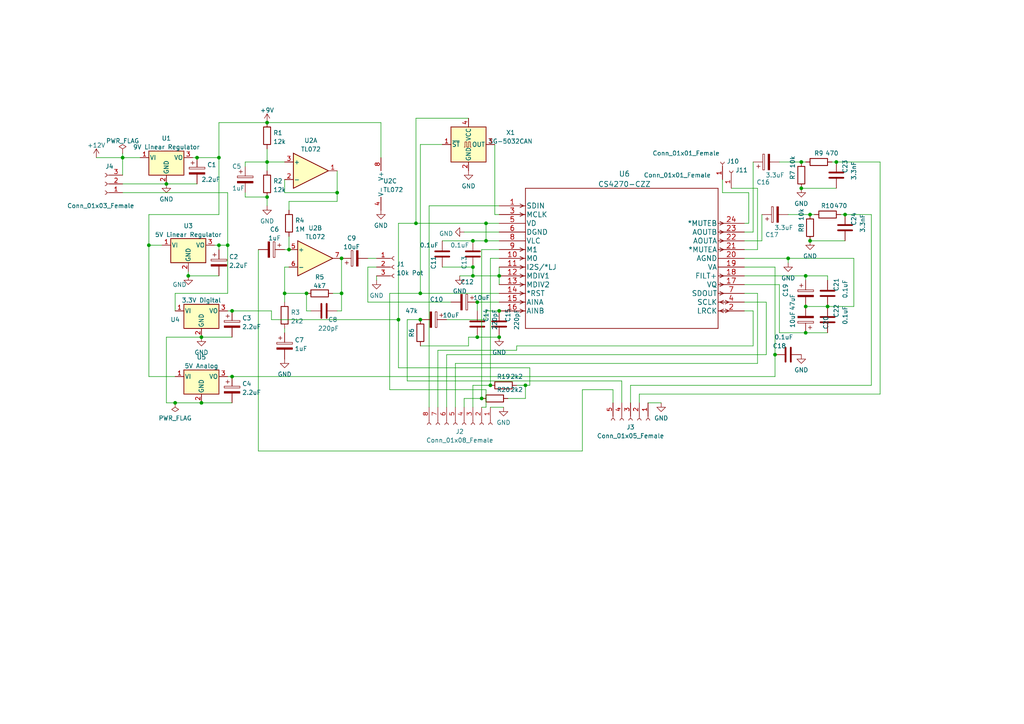
<source format=kicad_sch>
(kicad_sch (version 20211123) (generator eeschema)
  (paper "A4")
  (lib_symbols
    (symbol "2022-10-31_07-27-24:CS4270-CZZ" (pin_names (offset 0.254))
      (property "Reference" "U" (at 35.56 10.16 0))
      (property "Value" "CS4270-CZZ" (at 35.56 7.62 0))
      (symbol "CS4270-CZZ_1_1"
        (polyline (pts (xy 7.112 -30.48) (xy 6.0452 -30.988)) (stroke (width 0.2032)))
        (polyline (pts (xy 7.112 -30.48) (xy 6.0452 -29.972)) (stroke (width 0.2032)))
        (polyline (pts (xy 7.112 -27.94) (xy 6.0452 -28.448)) (stroke (width 0.2032)))
        (polyline (pts (xy 7.112 -27.94) (xy 6.0452 -27.432)) (stroke (width 0.2032)))
        (polyline (pts (xy 7.112 -25.4) (xy 6.0452 -25.908)) (stroke (width 0.2032)))
        (polyline (pts (xy 7.112 -25.4) (xy 6.0452 -24.892)) (stroke (width 0.2032)))
        (polyline (pts (xy 7.112 -22.86) (xy 6.0452 -23.368)) (stroke (width 0.2032)))
        (polyline (pts (xy 7.112 -22.86) (xy 6.0452 -22.352)) (stroke (width 0.2032)))
        (polyline (pts (xy 7.112 -20.32) (xy 6.0452 -20.828)) (stroke (width 0.2032)))
        (polyline (pts (xy 7.112 -20.32) (xy 6.0452 -19.812)) (stroke (width 0.2032)))
        (polyline (pts (xy 7.112 -17.78) (xy 6.0452 -18.288)) (stroke (width 0.2032)))
        (polyline (pts (xy 7.112 -17.78) (xy 6.0452 -17.272)) (stroke (width 0.2032)))
        (polyline (pts (xy 7.112 -15.24) (xy 6.0452 -15.748)) (stroke (width 0.2032)))
        (polyline (pts (xy 7.112 -15.24) (xy 6.0452 -14.732)) (stroke (width 0.2032)))
        (polyline (pts (xy 7.112 -12.7) (xy 6.0452 -13.208)) (stroke (width 0.2032)))
        (polyline (pts (xy 7.112 -12.7) (xy 6.0452 -12.192)) (stroke (width 0.2032)))
        (polyline (pts (xy 7.112 -2.54) (xy 6.0452 -3.048)) (stroke (width 0.2032)))
        (polyline (pts (xy 7.112 -2.54) (xy 6.0452 -2.032)) (stroke (width 0.2032)))
        (polyline (pts (xy 7.112 0) (xy 6.0452 -0.508)) (stroke (width 0.2032)))
        (polyline (pts (xy 7.112 0) (xy 6.0452 0.508)) (stroke (width 0.2032)))
        (polyline (pts (xy 7.62 -35.56) (xy 63.5 -35.56)) (stroke (width 0.2032)))
        (polyline (pts (xy 7.62 5.08) (xy 7.62 -35.56)) (stroke (width 0.2032)))
        (polyline (pts (xy 63.5 -35.56) (xy 63.5 5.08)) (stroke (width 0.2032)))
        (polyline (pts (xy 63.5 5.08) (xy 7.62 5.08)) (stroke (width 0.2032)))
        (polyline (pts (xy 64.008 -30.48) (xy 65.0748 -30.988)) (stroke (width 0.2032)))
        (polyline (pts (xy 64.008 -30.48) (xy 65.0748 -29.972)) (stroke (width 0.2032)))
        (polyline (pts (xy 64.008 -27.94) (xy 65.0748 -28.448)) (stroke (width 0.2032)))
        (polyline (pts (xy 64.008 -27.94) (xy 65.0748 -27.432)) (stroke (width 0.2032)))
        (polyline (pts (xy 64.008 -25.908) (xy 65.0748 -25.4)) (stroke (width 0.2032)))
        (polyline (pts (xy 64.008 -24.892) (xy 65.0748 -25.4)) (stroke (width 0.2032)))
        (polyline (pts (xy 64.008 -23.368) (xy 65.0748 -22.86)) (stroke (width 0.2032)))
        (polyline (pts (xy 64.008 -22.352) (xy 65.0748 -22.86)) (stroke (width 0.2032)))
        (polyline (pts (xy 64.008 -20.828) (xy 65.0748 -20.32)) (stroke (width 0.2032)))
        (polyline (pts (xy 64.008 -19.812) (xy 65.0748 -20.32)) (stroke (width 0.2032)))
        (polyline (pts (xy 64.008 -13.208) (xy 65.0748 -12.7)) (stroke (width 0.2032)))
        (polyline (pts (xy 64.008 -12.192) (xy 65.0748 -12.7)) (stroke (width 0.2032)))
        (polyline (pts (xy 64.008 -10.668) (xy 65.0748 -10.16)) (stroke (width 0.2032)))
        (polyline (pts (xy 64.008 -9.652) (xy 65.0748 -10.16)) (stroke (width 0.2032)))
        (polyline (pts (xy 64.008 -8.128) (xy 65.0748 -7.62)) (stroke (width 0.2032)))
        (polyline (pts (xy 64.008 -7.112) (xy 65.0748 -7.62)) (stroke (width 0.2032)))
        (polyline (pts (xy 64.008 -5.588) (xy 65.0748 -5.08)) (stroke (width 0.2032)))
        (polyline (pts (xy 64.008 -4.572) (xy 65.0748 -5.08)) (stroke (width 0.2032)))
        (polyline (pts (xy 65.5828 -30.988) (xy 66.6242 -30.48)) (stroke (width 0.2032)))
        (polyline (pts (xy 65.5828 -29.972) (xy 66.6242 -30.48)) (stroke (width 0.2032)))
        (polyline (pts (xy 65.5828 -28.448) (xy 66.6242 -27.94)) (stroke (width 0.2032)))
        (polyline (pts (xy 65.5828 -27.432) (xy 66.6242 -27.94)) (stroke (width 0.2032)))
        (pin input line (at 0 0 0) (length 7.62) (name "SDIN") (number "1"))
        (pin input line (at 0 -15.24 0) (length 7.62) (name "M0") (number "10"))
        (pin input line (at 0 -17.78 0) (length 7.62) (name "I2S/*LJ") (number "11"))
        (pin input line (at 0 -20.32 0) (length 7.62) (name "MDIV1") (number "12"))
        (pin input line (at 0 -22.86 0) (length 7.62) (name "MDIV2") (number "13"))
        (pin input line (at 0 -25.4 0) (length 7.62) (name "*RST") (number "14"))
        (pin input line (at 0 -27.94 0) (length 7.62) (name "AINA") (number "15"))
        (pin input line (at 0 -30.48 0) (length 7.62) (name "AINB") (number "16"))
        (pin output line (at 71.12 -22.86 180) (length 7.62) (name "VQ") (number "17"))
        (pin output line (at 71.12 -20.32 180) (length 7.62) (name "FILT+") (number "18"))
        (pin power_in line (at 71.12 -17.78 180) (length 7.62) (name "VA") (number "19"))
        (pin bidirectional line (at 71.12 -30.48 180) (length 7.62) (name "LRCK") (number "2"))
        (pin power_in line (at 71.12 -15.24 180) (length 7.62) (name "AGND") (number "20"))
        (pin output line (at 71.12 -12.7 180) (length 7.62) (name "*MUTEA") (number "21"))
        (pin output line (at 71.12 -10.16 180) (length 7.62) (name "AOUTA") (number "22"))
        (pin output line (at 71.12 -7.62 180) (length 7.62) (name "AOUTB") (number "23"))
        (pin output line (at 71.12 -5.08 180) (length 7.62) (name "*MUTEB") (number "24"))
        (pin input line (at 0 -2.54 0) (length 7.62) (name "MCLK") (number "3"))
        (pin bidirectional line (at 71.12 -27.94 180) (length 7.62) (name "SCLK") (number "4"))
        (pin power_in line (at 0 -5.08 0) (length 7.62) (name "VD") (number "5"))
        (pin power_in line (at 0 -7.62 0) (length 7.62) (name "DGND") (number "6"))
        (pin output line (at 71.12 -25.4 180) (length 7.62) (name "SDOUT") (number "7"))
        (pin power_in line (at 0 -10.16 0) (length 7.62) (name "VLC") (number "8"))
        (pin input line (at 0 -12.7 0) (length 7.62) (name "M1") (number "9"))
      )
    )
    (symbol "Amplifier_Operational:TL072" (pin_names (offset 0.127))
      (property "Reference" "U" (at 0 5.08 0))
      (property "Value" "TL072" (at 0 -5.08 0))
      (symbol "TL072_1_1"
        (polyline (pts (xy -5.08 5.08) (xy 5.08 0) (xy -5.08 -5.08) (xy -5.08 5.08)) (stroke (width 0.254)) (fill (type background)))
        (pin output line (at 7.62 0 180) (length 2.54) (name "~") (number "1"))
        (pin input line (at -7.62 -2.54 0) (length 2.54) (name "-") (number "2"))
        (pin input line (at -7.62 2.54 0) (length 2.54) (name "+") (number "3"))
      )
      (symbol "TL072_2_1"
        (polyline (pts (xy -5.08 5.08) (xy 5.08 0) (xy -5.08 -5.08) (xy -5.08 5.08)) (stroke (width 0.254)) (fill (type background)))
        (pin input line (at -7.62 2.54 0) (length 2.54) (name "+") (number "5"))
        (pin input line (at -7.62 -2.54 0) (length 2.54) (name "-") (number "6"))
        (pin output line (at 7.62 0 180) (length 2.54) (name "~") (number "7"))
      )
      (symbol "TL072_3_1"
        (pin power_in line (at -2.54 -7.62 90) (length 3.81) (name "V-") (number "4"))
        (pin power_in line (at -2.54 7.62 270) (length 3.81) (name "V+") (number "8"))
      )
    )
    (symbol "Connector:Conn_01x01_Female" (pin_names (offset 1.016) hide)
      (property "Reference" "J" (at 0 2.54 0))
      (property "Value" "Conn_01x01_Female" (at 0 -2.54 0))
      (symbol "Conn_01x01_Female_1_1"
        (polyline (pts (xy -1.27 0) (xy -0.508 0)) (stroke (width 0.1524)))
        (arc (start 0 0.508) (mid -0.508 0) (end 0 -0.508) (stroke (width 0.1524)))
        (pin passive line (at -5.08 0 0) (length 3.81) (name "Pin_1") (number "1"))
      )
    )
    (symbol "Connector:Conn_01x03_Female" (pin_names (offset 1.016) hide)
      (property "Reference" "J" (at 0 5.08 0))
      (property "Value" "Conn_01x03_Female" (at 0 -5.08 0))
      (symbol "Conn_01x03_Female_1_1"
        (arc (start 0 -2.032) (mid -0.508 -2.54) (end 0 -3.048) (stroke (width 0.1524)))
        (polyline (pts (xy -1.27 -2.54) (xy -0.508 -2.54)) (stroke (width 0.1524)))
        (polyline (pts (xy -1.27 0) (xy -0.508 0)) (stroke (width 0.1524)))
        (polyline (pts (xy -1.27 2.54) (xy -0.508 2.54)) (stroke (width 0.1524)))
        (arc (start 0 0.508) (mid -0.508 0) (end 0 -0.508) (stroke (width 0.1524)))
        (arc (start 0 3.048) (mid -0.508 2.54) (end 0 2.032) (stroke (width 0.1524)))
        (pin passive line (at -5.08 2.54 0) (length 3.81) (name "Pin_1") (number "1"))
        (pin passive line (at -5.08 0 0) (length 3.81) (name "Pin_2") (number "2"))
        (pin passive line (at -5.08 -2.54 0) (length 3.81) (name "Pin_3") (number "3"))
      )
    )
    (symbol "Connector:Conn_01x05_Female" (pin_names (offset 1.016) hide)
      (property "Reference" "J" (at 0 7.62 0))
      (property "Value" "Conn_01x05_Female" (at 0 -7.62 0))
      (symbol "Conn_01x05_Female_1_1"
        (arc (start 0 -4.572) (mid -0.508 -5.08) (end 0 -5.588) (stroke (width 0.1524)))
        (arc (start 0 -2.032) (mid -0.508 -2.54) (end 0 -3.048) (stroke (width 0.1524)))
        (polyline (pts (xy -1.27 -5.08) (xy -0.508 -5.08)) (stroke (width 0.1524)))
        (polyline (pts (xy -1.27 -2.54) (xy -0.508 -2.54)) (stroke (width 0.1524)))
        (polyline (pts (xy -1.27 0) (xy -0.508 0)) (stroke (width 0.1524)))
        (polyline (pts (xy -1.27 2.54) (xy -0.508 2.54)) (stroke (width 0.1524)))
        (polyline (pts (xy -1.27 5.08) (xy -0.508 5.08)) (stroke (width 0.1524)))
        (arc (start 0 0.508) (mid -0.508 0) (end 0 -0.508) (stroke (width 0.1524)))
        (arc (start 0 3.048) (mid -0.508 2.54) (end 0 2.032) (stroke (width 0.1524)))
        (arc (start 0 5.588) (mid -0.508 5.08) (end 0 4.572) (stroke (width 0.1524)))
        (pin passive line (at -5.08 5.08 0) (length 3.81) (name "Pin_1") (number "1"))
        (pin passive line (at -5.08 2.54 0) (length 3.81) (name "Pin_2") (number "2"))
        (pin passive line (at -5.08 0 0) (length 3.81) (name "Pin_3") (number "3"))
        (pin passive line (at -5.08 -2.54 0) (length 3.81) (name "Pin_4") (number "4"))
        (pin passive line (at -5.08 -5.08 0) (length 3.81) (name "Pin_5") (number "5"))
      )
    )
    (symbol "Connector:Conn_01x08_Female" (pin_names (offset 1.016) hide)
      (property "Reference" "J" (at 0 10.16 0))
      (property "Value" "Conn_01x08_Female" (at 0 -12.7 0))
      (symbol "Conn_01x08_Female_1_1"
        (arc (start 0 -9.652) (mid -0.508 -10.16) (end 0 -10.668) (stroke (width 0.1524)))
        (arc (start 0 -7.112) (mid -0.508 -7.62) (end 0 -8.128) (stroke (width 0.1524)))
        (arc (start 0 -4.572) (mid -0.508 -5.08) (end 0 -5.588) (stroke (width 0.1524)))
        (arc (start 0 -2.032) (mid -0.508 -2.54) (end 0 -3.048) (stroke (width 0.1524)))
        (polyline (pts (xy -1.27 -10.16) (xy -0.508 -10.16)) (stroke (width 0.1524)))
        (polyline (pts (xy -1.27 -7.62) (xy -0.508 -7.62)) (stroke (width 0.1524)))
        (polyline (pts (xy -1.27 -5.08) (xy -0.508 -5.08)) (stroke (width 0.1524)))
        (polyline (pts (xy -1.27 -2.54) (xy -0.508 -2.54)) (stroke (width 0.1524)))
        (polyline (pts (xy -1.27 0) (xy -0.508 0)) (stroke (width 0.1524)))
        (polyline (pts (xy -1.27 2.54) (xy -0.508 2.54)) (stroke (width 0.1524)))
        (polyline (pts (xy -1.27 5.08) (xy -0.508 5.08)) (stroke (width 0.1524)))
        (polyline (pts (xy -1.27 7.62) (xy -0.508 7.62)) (stroke (width 0.1524)))
        (arc (start 0 0.508) (mid -0.508 0) (end 0 -0.508) (stroke (width 0.1524)))
        (arc (start 0 3.048) (mid -0.508 2.54) (end 0 2.032) (stroke (width 0.1524)))
        (arc (start 0 5.588) (mid -0.508 5.08) (end 0 4.572) (stroke (width 0.1524)))
        (arc (start 0 8.128) (mid -0.508 7.62) (end 0 7.112) (stroke (width 0.1524)))
        (pin passive line (at -5.08 7.62 0) (length 3.81) (name "Pin_1") (number "1"))
        (pin passive line (at -5.08 5.08 0) (length 3.81) (name "Pin_2") (number "2"))
        (pin passive line (at -5.08 2.54 0) (length 3.81) (name "Pin_3") (number "3"))
        (pin passive line (at -5.08 0 0) (length 3.81) (name "Pin_4") (number "4"))
        (pin passive line (at -5.08 -2.54 0) (length 3.81) (name "Pin_5") (number "5"))
        (pin passive line (at -5.08 -5.08 0) (length 3.81) (name "Pin_6") (number "6"))
        (pin passive line (at -5.08 -7.62 0) (length 3.81) (name "Pin_7") (number "7"))
        (pin passive line (at -5.08 -10.16 0) (length 3.81) (name "Pin_8") (number "8"))
      )
    )
    (symbol "Device:C" (pin_numbers hide) (pin_names (offset 0.254))
      (property "Reference" "C" (at 0.635 2.54 0))
      (property "Value" "C" (at 0.635 -2.54 0))
      (symbol "C_0_1"
        (polyline (pts (xy -2.032 -0.762) (xy 2.032 -0.762)) (stroke (width 0.508)))
        (polyline (pts (xy -2.032 0.762) (xy 2.032 0.762)) (stroke (width 0.508)))
      )
      (symbol "C_1_1"
        (pin passive line (at 0 3.81 270) (length 2.794) (name "~") (number "1"))
        (pin passive line (at 0 -3.81 90) (length 2.794) (name "~") (number "2"))
      )
    )
    (symbol "Device:C_Polarized" (pin_numbers hide) (pin_names (offset 0.254))
      (property "Reference" "C" (at 0.635 2.54 0))
      (property "Value" "C_Polarized" (at 0.635 -2.54 0))
      (symbol "C_Polarized_0_1"
        (rectangle (start -2.286 0.508) (end 2.286 1.016))
        (polyline (pts (xy -1.778 2.286) (xy -0.762 2.286)))
        (polyline (pts (xy -1.27 2.794) (xy -1.27 1.778)))
        (rectangle (start 2.286 -0.508) (end -2.286 -1.016) (fill (type outline)))
      )
      (symbol "C_Polarized_1_1"
        (pin passive line (at 0 3.81 270) (length 2.794) (name "~") (number "1"))
        (pin passive line (at 0 -3.81 90) (length 2.794) (name "~") (number "2"))
      )
    )
    (symbol "Device:R" (pin_numbers hide) (pin_names (offset 0))
      (property "Reference" "R" (at 2.032 0 90))
      (property "Value" "R" (at 0 0 90))
      (symbol "R_0_1"
        (rectangle (start -1.016 -2.54) (end 1.016 2.54) (stroke (width 0.254)))
      )
      (symbol "R_1_1"
        (pin passive line (at 0 3.81 270) (length 1.27) (name "~") (number "1"))
        (pin passive line (at 0 -3.81 90) (length 1.27) (name "~") (number "2"))
      )
    )
    (symbol "Oscillator:SG-5032CAN" (pin_names (offset 0.254))
      (property "Reference" "X" (at -5.08 6.35 0))
      (property "Value" "SG-5032CAN" (at 1.27 -6.35 0))
      (symbol "SG-5032CAN_0_1"
        (rectangle (start -5.08 5.08) (end 5.08 -5.08) (stroke (width 0.254)) (fill (type background)))
        (polyline (pts (xy -1.27 -0.762) (xy -1.016 -0.762) (xy -1.016 0.762) (xy -0.508 0.762) (xy -0.508 -0.762) (xy 0 -0.762) (xy 0 0.762) (xy 0.508 0.762) (xy 0.508 -0.762) (xy 0.762 -0.762)))
      )
      (symbol "SG-5032CAN_1_1"
        (pin input line (at -7.62 0 0) (length 2.54) (name "~{ST}") (number "1"))
        (pin power_in line (at 0 -7.62 90) (length 2.54) (name "GND") (number "2"))
        (pin output line (at 7.62 0 180) (length 2.54) (name "OUT") (number "3"))
        (pin power_in line (at 0 7.62 270) (length 2.54) (name "VCC") (number "4"))
      )
    )
    (symbol "Regulator_Linear:LM78M05_TO252" (pin_names (offset 0.254))
      (property "Reference" "U" (at -3.81 3.175 0))
      (property "Value" "LM78M05_TO252" (at 0 3.175 0))
      (symbol "LM78M05_TO252_0_1"
        (rectangle (start -5.08 1.905) (end 5.08 -5.08) (stroke (width 0.254)) (fill (type background)))
      )
      (symbol "LM78M05_TO252_1_1"
        (pin power_in line (at -7.62 0 0) (length 2.54) (name "VI") (number "1"))
        (pin power_in line (at 0 -7.62 90) (length 2.54) (name "GND") (number "2"))
        (pin power_out line (at 7.62 0 180) (length 2.54) (name "VO") (number "3"))
      )
    )
    (symbol "power:+12V" (power) (pin_names (offset 0))
      (property "Value" "+12V" (at 0 3.556 0))
      (symbol "+12V_0_1"
        (polyline (pts (xy -0.762 1.27) (xy 0 2.54)))
        (polyline (pts (xy 0 0) (xy 0 2.54)))
        (polyline (pts (xy 0 2.54) (xy 0.762 1.27)))
      )
      (symbol "+12V_1_1"
        (pin power_in line (at 0 0 90) (length 0) hide (name "+12V") (number "1"))
      )
    )
    (symbol "power:+9V" (power) (pin_names (offset 0))
      (property "Value" "+9V" (at 0 3.556 0))
      (symbol "+9V_0_1"
        (polyline (pts (xy -0.762 1.27) (xy 0 2.54)))
        (polyline (pts (xy 0 0) (xy 0 2.54)))
        (polyline (pts (xy 0 2.54) (xy 0.762 1.27)))
      )
      (symbol "+9V_1_1"
        (pin power_in line (at 0 0 90) (length 0) hide (name "+9V") (number "1"))
      )
    )
    (symbol "power:GND" (power) (pin_names (offset 0))
      (property "Value" "GND" (at 0 -3.81 0))
      (symbol "GND_0_1"
        (polyline (pts (xy 0 0) (xy 0 -1.27) (xy 1.27 -1.27) (xy 0 -2.54) (xy -1.27 -1.27) (xy 0 -1.27)))
      )
      (symbol "GND_1_1"
        (pin power_in line (at 0 0 270) (length 0) hide (name "GND") (number "1"))
      )
    )
    (symbol "power:PWR_FLAG" (power) (pin_numbers hide) (pin_names (offset 0) hide)
      (property "Value" "PWR_FLAG" (at 0 3.81 0))
      (symbol "PWR_FLAG_0_0"
        (pin power_out line (at 0 0 90) (length 0) (name "pwr") (number "1"))
      )
      (symbol "PWR_FLAG_0_1"
        (polyline (pts (xy 0 0) (xy 0 1.27) (xy -1.016 1.905) (xy 0 2.54) (xy 1.016 1.905) (xy 0 1.27)))
      )
    )
  )
  (junction (at 35.56 45.72))
  (junction (at 138.43 87.63))
  (junction (at 88.9 85.09))
  (junction (at 121.92 85.09))
  (junction (at 63.5 71.12))
  (junction (at 137.16 69.85))
  (junction (at 232.41 54.61))
  (junction (at 48.26 53.34))
  (junction (at 233.68 96.52))
  (junction (at 57.15 45.72))
  (junction (at 234.95 69.85))
  (junction (at 77.47 46.99))
  (junction (at 67.31 90.17))
  (junction (at 115.57 92.71))
  (junction (at 66.04 71.12))
  (junction (at 97.79 55.88))
  (junction (at 54.61 80.01))
  (junction (at 50.8 116.84))
  (junction (at 233.68 88.9))
  (junction (at 43.18 71.12))
  (junction (at 63.5 45.72))
  (junction (at 121.92 92.71))
  (junction (at 240.03 88.9))
  (junction (at 144.78 90.17))
  (junction (at 77.47 57.15))
  (junction (at 232.41 46.99))
  (junction (at 140.97 69.85))
  (junction (at 58.42 97.79))
  (junction (at 144.78 80.01))
  (junction (at 142.24 111.76))
  (junction (at 228.6 74.93))
  (junction (at 82.55 85.09))
  (junction (at 120.65 64.77))
  (junction (at 137.16 77.47))
  (junction (at 99.06 74.93))
  (junction (at 58.42 116.84))
  (junction (at 245.11 62.23))
  (junction (at 138.43 97.79))
  (junction (at 144.78 97.79))
  (junction (at 83.82 72.39))
  (junction (at 67.31 109.22))
  (junction (at 137.16 80.01))
  (junction (at 99.06 85.09))
  (junction (at 224.79 102.87))
  (junction (at 152.4 111.76))
  (junction (at 139.7 115.57))
  (junction (at 234.95 62.23))
  (junction (at 233.68 80.01))
  (junction (at 242.57 46.99))
  (junction (at 140.97 64.77))
  (junction (at 77.47 35.56))
  (wire (pts (xy 139.7 72.39) (xy 144.78 72.39)))
  (wire (pts (xy 48.26 97.79) (xy 58.42 97.79)))
  (wire (pts (xy 106.68 77.47) (xy 109.22 77.47)))
  (wire (pts (xy 243.84 62.23) (xy 245.11 62.23)))
  (wire (pts (xy 77.47 43.18) (xy 77.47 46.99)))
  (wire (pts (xy 180.34 116.84) (xy 180.34 110.49)))
  (wire (pts (xy 137.16 77.47) (xy 137.16 80.01)))
  (wire (pts (xy 143.51 62.23) (xy 144.78 62.23)))
  (wire (pts (xy 106.68 74.93) (xy 109.22 74.93)))
  (wire (pts (xy 109.22 80.01) (xy 109.22 81.28)))
  (wire (pts (xy 180.34 110.49) (xy 118.11 110.49)))
  (wire (pts (xy 115.57 106.68) (xy 115.57 92.71)))
  (wire (pts (xy 82.55 85.09) (xy 88.9 85.09)))
  (wire (pts (xy 215.9 80.01) (xy 233.68 80.01)))
  (wire (pts (xy 55.88 45.72) (xy 57.15 45.72)))
  (wire (pts (xy 124.46 59.69) (xy 144.78 59.69)))
  (wire (pts (xy 50.8 85.09) (xy 66.04 85.09)))
  (wire (pts (xy 182.88 111.76) (xy 252.73 111.76)))
  (wire (pts (xy 215.9 74.93) (xy 228.6 74.93)))
  (wire (pts (xy 35.56 44.45) (xy 35.56 45.72)))
  (wire (pts (xy 63.5 71.12) (xy 63.5 72.39)))
  (wire (pts (xy 110.49 45.72) (xy 110.49 35.56)))
  (wire (pts (xy 115.57 64.77) (xy 115.57 92.71)))
  (wire (pts (xy 83.82 68.58) (xy 83.82 72.39)))
  (wire (pts (xy 224.79 77.47) (xy 215.9 77.47)))
  (wire (pts (xy 82.55 52.07) (xy 82.55 55.88)))
  (wire (pts (xy 74.93 130.81) (xy 168.91 130.81)))
  (wire (pts (xy 96.52 85.09) (xy 99.06 85.09)))
  (wire (pts (xy 228.6 74.93) (xy 247.65 74.93)))
  (wire (pts (xy 74.93 72.39) (xy 74.93 130.81)))
  (wire (pts (xy 63.5 45.72) (xy 63.5 62.23)))
  (wire (pts (xy 255.27 114.3) (xy 185.42 114.3)))
  (wire (pts (xy 58.42 116.84) (xy 50.8 116.84)))
  (wire (pts (xy 232.41 54.61) (xy 242.57 54.61)))
  (wire (pts (xy 142.24 74.93) (xy 142.24 111.76)))
  (wire (pts (xy 215.9 87.63) (xy 222.25 87.63)))
  (wire (pts (xy 233.68 96.52) (xy 226.06 96.52)))
  (wire (pts (xy 218.44 100.33) (xy 218.44 90.17)))
  (wire (pts (xy 222.25 87.63) (xy 222.25 102.87)))
  (wire (pts (xy 153.67 111.76) (xy 152.4 111.76)))
  (wire (pts (xy 153.67 106.68) (xy 153.67 111.76)))
  (wire (pts (xy 58.42 97.79) (xy 67.31 97.79)))
  (wire (pts (xy 35.56 45.72) (xy 40.64 45.72)))
  (wire (pts (xy 27.94 45.72) (xy 35.56 45.72)))
  (wire (pts (xy 35.56 45.72) (xy 35.56 50.8)))
  (wire (pts (xy 113.03 85.09) (xy 113.03 113.03)))
  (wire (pts (xy 252.73 62.23) (xy 245.11 62.23)))
  (wire (pts (xy 209.55 55.88) (xy 209.55 52.07)))
  (wire (pts (xy 50.8 116.84) (xy 48.26 116.84)))
  (wire (pts (xy 63.5 35.56) (xy 77.47 35.56)))
  (wire (pts (xy 127 101.6) (xy 127 118.11)))
  (wire (pts (xy 71.12 46.99) (xy 77.47 46.99)))
  (wire (pts (xy 149.86 101.6) (xy 127 101.6)))
  (wire (pts (xy 144.78 69.85) (xy 140.97 69.85)))
  (wire (pts (xy 140.97 92.71) (xy 129.54 92.71)))
  (wire (pts (xy 67.31 90.17) (xy 78.74 90.17)))
  (wire (pts (xy 124.46 59.69) (xy 124.46 118.11)))
  (wire (pts (xy 97.79 58.42) (xy 97.79 55.88)))
  (wire (pts (xy 233.68 96.52) (xy 240.03 96.52)))
  (wire (pts (xy 224.79 109.22) (xy 224.79 102.87)))
  (wire (pts (xy 134.62 67.31) (xy 144.78 67.31)))
  (wire (pts (xy 97.79 49.53) (xy 97.79 55.88)))
  (wire (pts (xy 138.43 90.17) (xy 138.43 87.63)))
  (wire (pts (xy 144.78 90.17) (xy 140.97 90.17)))
  (wire (pts (xy 129.54 102.87) (xy 222.25 102.87)))
  (wire (pts (xy 121.92 41.91) (xy 121.92 85.09)))
  (wire (pts (xy 82.55 85.09) (xy 82.55 87.63)))
  (wire (pts (xy 135.89 34.29) (xy 120.65 34.29)))
  (wire (pts (xy 63.5 80.01) (xy 54.61 80.01)))
  (wire (pts (xy 63.5 62.23) (xy 43.18 62.23)))
  (wire (pts (xy 121.92 85.09) (xy 144.78 85.09)))
  (wire (pts (xy 78.74 92.71) (xy 115.57 92.71)))
  (wire (pts (xy 182.88 116.84) (xy 182.88 111.76)))
  (wire (pts (xy 135.89 97.79) (xy 138.43 97.79)))
  (wire (pts (xy 82.55 95.25) (xy 82.55 96.52)))
  (wire (pts (xy 113.03 113.03) (xy 140.97 113.03)))
  (wire (pts (xy 226.06 96.52) (xy 226.06 82.55)))
  (wire (pts (xy 43.18 109.22) (xy 43.18 71.12)))
  (wire (pts (xy 215.9 64.77) (xy 217.17 64.77)))
  (wire (pts (xy 83.82 58.42) (xy 97.79 58.42)))
  (wire (pts (xy 71.12 48.26) (xy 71.12 46.99)))
  (wire (pts (xy 218.44 100.33) (xy 149.86 100.33)))
  (wire (pts (xy 35.56 53.34) (xy 48.26 53.34)))
  (wire (pts (xy 138.43 87.63) (xy 144.78 87.63)))
  (wire (pts (xy 71.12 55.88) (xy 71.12 57.15)))
  (wire (pts (xy 66.04 109.22) (xy 67.31 109.22)))
  (wire (pts (xy 132.08 105.41) (xy 132.08 118.11)))
  (wire (pts (xy 144.78 80.01) (xy 144.78 82.55)))
  (wire (pts (xy 147.32 115.57) (xy 152.4 115.57)))
  (wire (pts (xy 66.04 55.88) (xy 35.56 55.88)))
  (wire (pts (xy 77.47 57.15) (xy 77.47 59.69)))
  (wire (pts (xy 67.31 109.22) (xy 224.79 109.22)))
  (wire (pts (xy 152.4 111.76) (xy 149.86 111.76)))
  (wire (pts (xy 99.06 85.09) (xy 99.06 90.17)))
  (wire (pts (xy 115.57 64.77) (xy 120.65 64.77)))
  (wire (pts (xy 142.24 74.93) (xy 144.78 74.93)))
  (wire (pts (xy 43.18 71.12) (xy 46.99 71.12)))
  (wire (pts (xy 215.9 67.31) (xy 218.44 67.31)))
  (wire (pts (xy 220.98 62.23) (xy 220.98 69.85)))
  (wire (pts (xy 228.6 74.93) (xy 228.6 76.2)))
  (wire (pts (xy 185.42 114.3) (xy 185.42 116.84)))
  (wire (pts (xy 144.78 77.47) (xy 144.78 80.01)))
  (wire (pts (xy 219.71 54.61) (xy 219.71 72.39)))
  (wire (pts (xy 234.95 69.85) (xy 245.11 69.85)))
  (wire (pts (xy 255.27 46.99) (xy 255.27 114.3)))
  (wire (pts (xy 220.98 69.85) (xy 215.9 69.85)))
  (wire (pts (xy 242.57 46.99) (xy 255.27 46.99)))
  (wire (pts (xy 118.11 110.49) (xy 118.11 92.71)))
  (wire (pts (xy 113.03 85.09) (xy 121.92 85.09)))
  (wire (pts (xy 252.73 111.76) (xy 252.73 62.23)))
  (wire (pts (xy 48.26 116.84) (xy 48.26 97.79)))
  (wire (pts (xy 140.97 69.85) (xy 140.97 64.77)))
  (wire (pts (xy 71.12 57.15) (xy 77.47 57.15)))
  (wire (pts (xy 88.9 90.17) (xy 88.9 85.09)))
  (wire (pts (xy 135.89 100.33) (xy 135.89 97.79)))
  (wire (pts (xy 115.57 106.68) (xy 153.67 106.68)))
  (wire (pts (xy 57.15 45.72) (xy 63.5 45.72)))
  (wire (pts (xy 66.04 90.17) (xy 67.31 90.17)))
  (wire (pts (xy 62.23 71.12) (xy 63.5 71.12)))
  (wire (pts (xy 228.6 62.23) (xy 234.95 62.23)))
  (wire (pts (xy 121.92 100.33) (xy 135.89 100.33)))
  (wire (pts (xy 234.95 62.23) (xy 236.22 62.23)))
  (wire (pts (xy 140.97 90.17) (xy 140.97 92.71)))
  (wire (pts (xy 128.27 77.47) (xy 137.16 77.47)))
  (wire (pts (xy 120.65 64.77) (xy 140.97 64.77)))
  (wire (pts (xy 137.16 111.76) (xy 142.24 111.76)))
  (wire (pts (xy 217.17 64.77) (xy 217.17 55.88)))
  (wire (pts (xy 77.47 49.53) (xy 77.47 46.99)))
  (wire (pts (xy 143.51 41.91) (xy 143.51 62.23)))
  (wire (pts (xy 77.47 46.99) (xy 82.55 46.99)))
  (wire (pts (xy 142.24 118.11) (xy 146.05 118.11)))
  (wire (pts (xy 219.71 72.39) (xy 215.9 72.39)))
  (wire (pts (xy 247.65 88.9) (xy 247.65 74.93)))
  (wire (pts (xy 212.09 54.61) (xy 219.71 54.61)))
  (wire (pts (xy 43.18 62.23) (xy 43.18 71.12)))
  (wire (pts (xy 233.68 80.01) (xy 233.68 81.28)))
  (wire (pts (xy 133.35 80.01) (xy 137.16 80.01)))
  (wire (pts (xy 97.79 90.17) (xy 99.06 90.17)))
  (wire (pts (xy 134.62 115.57) (xy 139.7 115.57)))
  (wire (pts (xy 241.3 46.99) (xy 242.57 46.99)))
  (wire (pts (xy 120.65 34.29) (xy 120.65 64.77)))
  (wire (pts (xy 54.61 78.74) (xy 54.61 80.01)))
  (wire (pts (xy 128.27 69.85) (xy 137.16 69.85)))
  (wire (pts (xy 218.44 90.17) (xy 215.9 90.17)))
  (wire (pts (xy 139.7 72.39) (xy 139.7 115.57)))
  (wire (pts (xy 88.9 90.17) (xy 90.17 90.17)))
  (wire (pts (xy 152.4 115.57) (xy 152.4 111.76)))
  (wire (pts (xy 83.82 60.96) (xy 83.82 58.42)))
  (wire (pts (xy 218.44 46.99) (xy 218.44 67.31)))
  (wire (pts (xy 50.8 109.22) (xy 43.18 109.22)))
  (wire (pts (xy 224.79 102.87) (xy 224.79 77.47)))
  (wire (pts (xy 140.97 113.03) (xy 140.97 118.11)))
  (wire (pts (xy 83.82 77.47) (xy 82.55 77.47)))
  (wire (pts (xy 50.8 90.17) (xy 50.8 85.09)))
  (wire (pts (xy 78.74 90.17) (xy 78.74 92.71)))
  (wire (pts (xy 233.68 80.01) (xy 240.03 80.01)))
  (wire (pts (xy 168.91 130.81) (xy 168.91 113.03)))
  (wire (pts (xy 219.71 105.41) (xy 132.08 105.41)))
  (wire (pts (xy 168.91 113.03) (xy 177.8 113.03)))
  (wire (pts (xy 48.26 53.34) (xy 57.15 53.34)))
  (wire (pts (xy 149.86 100.33) (xy 149.86 101.6)))
  (wire (pts (xy 106.68 87.63) (xy 106.68 77.47)))
  (wire (pts (xy 177.8 113.03) (xy 177.8 116.84)))
  (wire (pts (xy 134.62 118.11) (xy 134.62 115.57)))
  (wire (pts (xy 66.04 85.09) (xy 66.04 71.12)))
  (wire (pts (xy 215.9 85.09) (xy 219.71 85.09)))
  (wire (pts (xy 63.5 45.72) (xy 63.5 35.56)))
  (wire (pts (xy 128.27 41.91) (xy 121.92 41.91)))
  (wire (pts (xy 82.55 55.88) (xy 97.79 55.88)))
  (wire (pts (xy 240.03 88.9) (xy 247.65 88.9)))
  (wire (pts (xy 219.71 85.09) (xy 219.71 105.41)))
  (wire (pts (xy 137.16 80.01) (xy 144.78 80.01)))
  (wire (pts (xy 99.06 74.93) (xy 99.06 85.09)))
  (wire (pts (xy 240.03 80.01) (xy 240.03 81.28)))
  (wire (pts (xy 58.42 116.84) (xy 67.31 116.84)))
  (wire (pts (xy 226.06 46.99) (xy 232.41 46.99)))
  (wire (pts (xy 77.47 35.56) (xy 110.49 35.56)))
  (wire (pts (xy 137.16 118.11) (xy 137.16 111.76)))
  (wire (pts (xy 118.11 92.71) (xy 121.92 92.71)))
  (wire (pts (xy 140.97 64.77) (xy 144.78 64.77)))
  (wire (pts (xy 130.81 87.63) (xy 106.68 87.63)))
  (wire (pts (xy 217.17 55.88) (xy 209.55 55.88)))
  (wire (pts (xy 233.68 88.9) (xy 240.03 88.9)))
  (wire (pts (xy 82.55 72.39) (xy 83.82 72.39)))
  (wire (pts (xy 226.06 82.55) (xy 215.9 82.55)))
  (wire (pts (xy 66.04 71.12) (xy 63.5 71.12)))
  (wire (pts (xy 129.54 102.87) (xy 129.54 118.11)))
  (wire (pts (xy 140.97 118.11) (xy 139.7 118.11)))
  (wire (pts (xy 232.41 46.99) (xy 233.68 46.99)))
  (wire (pts (xy 144.78 97.79) (xy 138.43 97.79)))
  (wire (pts (xy 137.16 69.85) (xy 140.97 69.85)))
  (wire (pts (xy 82.55 77.47) (xy 82.55 85.09)))
  (wire (pts (xy 66.04 71.12) (xy 66.04 55.88)))
  (wire (pts (xy 187.96 116.84) (xy 191.77 116.84)))
  (symbol (lib_id "Device:C_Polarized") (at 224.79 62.23 90) (unit 1)
    (property "Reference" "C17" (at 223.901 68.0888 90))
    (property "Value" "3.3uF" (at 227.33 66.04 90))
    (property "Footprint" "Capacitor_SMD:CP_Elec_4x4.5" (effects hide))
  )
  (symbol (lib_id "Device:C") (at 240.03 92.71 180) (unit 1)
    (property "Reference" "C22" (at 242.57 90.17 90))
    (property "Value" "0.1uF" (at 245.11 91.44 90))
    (property "Footprint" "Capacitor_SMD:C_1210_3225Metric_Pad1.33x2.70mm_HandSolder" (effects hide))
  )
  (symbol (lib_id "Device:C_Polarized") (at 134.62 87.63 270) (unit 1)
    (property "Reference" "C12" (at 135.509 81.7712 90))
    (property "Value" "10uF" (at 139.7 86.36 90))
    (property "Footprint" "Capacitor_SMD:CP_Elec_4x4.5" (effects hide))
  )
  (symbol (lib_id "Device:C") (at 228.6 102.87 270) (unit 1)
    (property "Reference" "C18" (at 226.06 100.33 90))
    (property "Value" "0.1uF" (at 227.33 97.79 90))
    (property "Footprint" "Capacitor_SMD:C_1210_3225Metric_Pad1.33x2.70mm_HandSolder" (effects hide))
  )
  (symbol (lib_id "Device:C") (at 245.11 66.04 180) (unit 1)
    (property "Reference" "C24" (at 247.65 63.5 90))
    (property "Value" "3.3nF" (at 250.19 64.77 90))
    (property "Footprint" "Capacitor_SMD:C_0805_2012Metric_Pad1.18x1.45mm_HandSolder" (effects hide))
  )
  (symbol (lib_id "power:GND") (at 191.77 116.84 0) (unit 1)
    (property "Reference" "#PWR0113" (effects hide))
    (property "Value" "GND" (at 191.77 121.2834 0))
  )
  (symbol (lib_id "Device:C") (at 240.03 85.09 180) (unit 1)
    (property "Reference" "C21" (at 242.57 82.55 90))
    (property "Value" "0.1uF" (at 245.11 83.82 90))
    (property "Footprint" "Capacitor_SMD:C_1210_3225Metric_Pad1.33x2.70mm_HandSolder" (effects hide))
  )
  (symbol (lib_id "power:GND") (at 133.35 80.01 0) (unit 1)
    (property "Reference" "#PWR0107" (effects hide))
    (property "Value" "GND" (at 133.35 84.4534 0))
  )
  (symbol (lib_id "Device:C_Polarized") (at 67.31 93.98 0) (unit 1)
    (property "Reference" "C3" (at 70.231 92.2563 0) (effects (justify left)))
    (property "Value" "2.2uF" (at 70.231 94.7932 0) (effects (justify left)))
    (property "Footprint" "Capacitor_SMD:CP_Elec_4x4.5" (effects hide))
  )
  (symbol (lib_id "Regulator_Linear:LM78M05_TO252") (at 58.42 109.22 0) (unit 1)
    (property "Reference" "U5" (at 58.42 103.6152 0))
    (property "Value" "5V Analog" (at 58.42 106.1521 0))
    (property "Footprint" "Package_TO_SOT_SMD:TSOT-23-5_HandSoldering" (effects hide))
    (property "Datasheet" "https://www.onsemi.com/pub/Collateral/MC78M00-D.PDF" (effects hide))
  )
  (symbol (lib_id "Regulator_Linear:LM78M05_TO252") (at 58.42 90.17 0) (unit 1)
    (property "Reference" "U4" (at 50.8 92.71 0))
    (property "Value" "3.3V Digital" (at 58.42 87.1021 0))
    (property "Footprint" "Package_TO_SOT_SMD:TSOT-23-5_HandSoldering" (effects hide))
    (property "Datasheet" "https://www.onsemi.com/pub/Collateral/MC78M00-D.PDF" (effects hide))
  )
  (symbol (lib_id "Device:C") (at 138.43 93.98 180) (unit 1)
    (property "Reference" "C14" (at 140.97 91.44 90))
    (property "Value" "220pF" (at 143.51 92.71 90))
    (property "Footprint" "Capacitor_SMD:C_0603_1608Metric_Pad1.08x0.95mm_HandSolder" (effects hide))
  )
  (symbol (lib_id "power:GND") (at 232.41 102.87 0) (unit 1)
    (property "Reference" "#PWR0111" (effects hide))
    (property "Value" "GND" (at 232.41 107.3134 0))
  )
  (symbol (lib_id "Device:R") (at 82.55 91.44 180) (unit 1)
    (property "Reference" "R3" (at 84.328 90.6053 0) (effects (justify right)))
    (property "Value" "2k2" (at 84.328 93.1422 0) (effects (justify right)))
    (property "Footprint" "Resistor_SMD:R_0603_1608Metric_Pad0.98x0.95mm_HandSolder" (effects hide))
  )
  (symbol (lib_id "Device:C_Polarized") (at 125.73 92.71 270) (unit 1)
    (property "Reference" "C10" (at 126.619 86.8512 90))
    (property "Value" "10uF" (at 130.81 91.44 90))
    (property "Footprint" "Capacitor_SMD:CP_Elec_4x4.5" (effects hide))
  )
  (symbol (lib_id "Device:R") (at 77.47 53.34 180) (unit 1)
    (property "Reference" "R2" (at 79.248 52.5053 0) (effects (justify right)))
    (property "Value" "12k" (at 79.248 55.0422 0) (effects (justify right)))
    (property "Footprint" "Resistor_SMD:R_0603_1608Metric_Pad0.98x0.95mm_HandSolder" (effects hide))
  )
  (symbol (lib_id "power:GND") (at 58.42 97.79 0) (unit 1)
    (property "Reference" "#PWR0101" (effects hide))
    (property "Value" "GND" (at 58.42 102.2334 0))
  )
  (symbol (lib_id "Device:C_Polarized") (at 71.12 52.07 0) (unit 1)
    (property "Reference" "C5" (at 67.31 48.26 0) (effects (justify left)))
    (property "Value" "1uF" (at 67.31 54.61 0) (effects (justify left)))
    (property "Footprint" "Capacitor_SMD:CP_Elec_4x4.5" (effects hide))
  )
  (symbol (lib_id "2022-10-31_07-27-24:CS4270-CZZ") (at 144.78 59.69 0) (unit 1)
    (property "Reference" "U6" (at 181.1147 50.4243 0) (effects (font (size 1.524 1.524))))
    (property "Value" "CS4270-CZZ" (at 181.1147 53.4177 0) (effects (font (size 1.524 1.524))))
    (property "Footprint" "Package_SO:TSSOP-24_4.4x7.8mm_P0.65mm" (effects hide))
  )
  (symbol (lib_id "Connector:Conn_01x03_Female") (at 30.48 53.34 180) (unit 1)
    (property "Reference" "J4" (at 31.75 48.26 0))
    (property "Value" "Conn_01x03_Female" (at 29.21 59.69 0))
    (property "Footprint" "Connector_PinHeader_2.54mm:PinHeader_1x03_P2.54mm_Vertical" (effects hide))
  )
  (symbol (lib_id "power:GND") (at 109.22 81.28 0) (unit 1)
    (property "Reference" "#PWR0118" (effects hide))
    (property "Value" "GND" (at 109.22 85.7234 0))
  )
  (symbol (lib_id "Device:R") (at 232.41 50.8 180) (unit 1)
    (property "Reference" "R7" (at 229.87 50.8 90))
    (property "Value" "10k" (at 229.87 46.99 90))
    (property "Footprint" "Resistor_SMD:R_0603_1608Metric_Pad0.98x0.95mm_HandSolder" (effects hide))
  )
  (symbol (lib_id "Device:C") (at 144.78 93.98 180) (unit 1)
    (property "Reference" "C15" (at 147.32 91.44 90))
    (property "Value" "220pF" (at 149.86 92.71 90))
    (property "Footprint" "Capacitor_SMD:C_0603_1608Metric_Pad1.08x0.95mm_HandSolder" (effects hide))
  )
  (symbol (lib_id "Device:C") (at 128.27 73.66 0) (unit 1)
    (property "Reference" "C11" (at 125.73 76.2 90))
    (property "Value" "0.1uF" (at 124.46 71.12 0))
    (property "Footprint" "Capacitor_SMD:C_1210_3225Metric_Pad1.33x2.70mm_HandSolder" (effects hide))
  )
  (symbol (lib_id "Device:C") (at 93.98 90.17 90) (unit 1)
    (property "Reference" "C8" (at 96.52 92.71 90))
    (property "Value" "220pF" (at 95.25 95.25 90))
    (property "Footprint" "Capacitor_SMD:C_0603_1608Metric_Pad1.08x0.95mm_HandSolder" (effects hide))
  )
  (symbol (lib_id "Connector:Conn_01x03_Female") (at 114.3 77.47 0) (unit 1)
    (property "Reference" "J1" (at 115.0112 76.6353 0) (effects (justify left)))
    (property "Value" "10k Pot" (at 115.0112 79.1722 0) (effects (justify left)))
    (property "Footprint" "Connector_PinHeader_2.54mm:PinHeader_1x03_P2.54mm_Vertical" (effects hide))
  )
  (symbol (lib_id "Amplifier_Operational:TL072") (at 113.03 53.34 0) (unit 3)
    (property "Reference" "U2" (at 111.125 52.5053 0) (effects (justify left)))
    (property "Value" "TL072" (at 111.125 55.0422 0) (effects (justify left)))
    (property "Footprint" "Package_SO:SOIC-8_3.9x4.9mm_P1.27mm" (effects hide))
    (property "Datasheet" "http://www.ti.com/lit/ds/symlink/tl071.pdf" (effects hide))
  )
  (symbol (lib_id "Regulator_Linear:LM78M05_TO252") (at 48.26 45.72 0) (unit 1)
    (property "Reference" "U1" (at 48.26 40.1152 0))
    (property "Value" "9V Linear Regulator" (at 48.26 42.6521 0))
    (property "Footprint" "Package_TO_SOT_SMD:TO-252-2" (effects hide))
    (property "Datasheet" "https://www.onsemi.com/pub/Collateral/MC78M00-D.PDF" (effects hide))
  )
  (symbol (lib_id "power:+12V") (at 27.94 45.72 0) (unit 1)
    (property "Reference" "#PWR0131" (effects hide))
    (property "Value" "+12V" (at 27.94 42.1442 0))
  )
  (symbol (lib_id "Device:R") (at 77.47 39.37 180) (unit 1)
    (property "Reference" "R1" (at 79.248 38.5353 0) (effects (justify right)))
    (property "Value" "12k" (at 79.248 41.0722 0) (effects (justify right)))
    (property "Footprint" "Resistor_SMD:R_0603_1608Metric_Pad0.98x0.95mm_HandSolder" (effects hide))
  )
  (symbol (lib_id "Amplifier_Operational:TL072") (at 91.44 74.93 0) (unit 2)
    (property "Reference" "U2" (at 91.44 66.1502 0))
    (property "Value" "TL072" (at 91.44 68.6871 0))
    (property "Footprint" "Package_SO:SOIC-8_3.9x4.9mm_P1.27mm" (effects hide))
    (property "Datasheet" "http://www.ti.com/lit/ds/symlink/tl071.pdf" (effects hide))
  )
  (symbol (lib_id "Amplifier_Operational:TL072") (at 90.17 49.53 0) (unit 1)
    (property "Reference" "U2" (at 90.17 40.7502 0))
    (property "Value" "TL072" (at 90.17 43.2871 0))
    (property "Footprint" "Package_SO:SOIC-8_3.9x4.9mm_P1.27mm" (effects hide))
    (property "Datasheet" "http://www.ti.com/lit/ds/symlink/tl071.pdf" (effects hide))
  )
  (symbol (lib_id "Device:C_Polarized") (at 233.68 92.71 180) (unit 1)
    (property "Reference" "C20" (at 239.5388 93.599 90))
    (property "Value" "10uF" (at 229.87 92.71 90))
    (property "Footprint" "Capacitor_SMD:CP_Elec_4x4.5" (effects hide))
  )
  (symbol (lib_id "Device:R") (at 92.71 85.09 270) (unit 1)
    (property "Reference" "R5" (at 92.71 80.3742 90))
    (property "Value" "4k7" (at 92.71 82.9111 90))
    (property "Footprint" "Resistor_SMD:R_0603_1608Metric_Pad0.98x0.95mm_HandSolder" (effects hide))
  )
  (symbol (lib_id "power:GND") (at 48.26 53.34 0) (unit 1)
    (property "Reference" "#PWR0104" (effects hide))
    (property "Value" "GND" (at 48.26 57.7834 0))
  )
  (symbol (lib_id "Device:R") (at 143.51 115.57 90) (unit 1)
    (property "Reference" "R20" (at 146.05 113.03 90))
    (property "Value" "2k2" (at 149.86 113.03 90))
    (property "Footprint" "Resistor_SMD:R_0603_1608Metric_Pad0.98x0.95mm_HandSolder" (effects hide))
  )
  (symbol (lib_id "Device:C_Polarized") (at 57.15 49.53 0) (unit 1)
    (property "Reference" "C1" (at 60.071 47.8063 0) (effects (justify left)))
    (property "Value" "2.2uF" (at 58.42 52.07 0) (effects (justify left)))
    (property "Footprint" "Capacitor_SMD:CP_Elec_4x4.5" (effects hide))
  )
  (symbol (lib_id "power:GND") (at 234.95 69.85 0) (unit 1)
    (property "Reference" "#PWR0115" (effects hide))
    (property "Value" "GND" (at 234.95 74.2934 0))
  )
  (symbol (lib_id "Device:C_Polarized") (at 63.5 76.2 0) (unit 1)
    (property "Reference" "C2" (at 66.421 74.4763 0) (effects (justify left)))
    (property "Value" "2.2uF" (at 66.421 77.0132 0) (effects (justify left)))
    (property "Footprint" "Capacitor_SMD:CP_Elec_4x4.5" (effects hide))
  )
  (symbol (lib_id "power:GND") (at 144.78 97.79 0) (unit 1)
    (property "Reference" "#PWR0109" (effects hide))
    (property "Value" "GND" (at 144.78 102.2334 0))
  )
  (symbol (lib_id "Device:C_Polarized") (at 67.31 113.03 0) (unit 1)
    (property "Reference" "C4" (at 70.231 111.3063 0) (effects (justify left)))
    (property "Value" "2.2uF" (at 70.231 113.8432 0) (effects (justify left)))
    (property "Footprint" "Capacitor_SMD:CP_Elec_4x4.5" (effects hide))
  )
  (symbol (lib_id "Device:R") (at 237.49 46.99 90) (unit 1)
    (property "Reference" "R9" (at 237.49 44.45 90))
    (property "Value" "470" (at 241.3 44.45 90))
    (property "Footprint" "Resistor_SMD:R_0603_1608Metric_Pad0.98x0.95mm_HandSolder" (effects hide))
  )
  (symbol (lib_id "Device:C_Polarized") (at 78.74 72.39 270) (unit 1)
    (property "Reference" "C6" (at 79.629 66.5312 90))
    (property "Value" "1uF" (at 79.629 69.0681 90))
    (property "Footprint" "Capacitor_SMD:CP_Elec_4x4.5" (effects hide))
  )
  (symbol (lib_id "power:GND") (at 134.62 67.31 270) (unit 1)
    (property "Reference" "#PWR0116" (effects hide))
    (property "Value" "GND" (at 131.4451 67.7438 90) (effects (justify right)))
  )
  (symbol (lib_id "Device:R") (at 146.05 111.76 90) (unit 1)
    (property "Reference" "R19" (at 146.05 109.22 90))
    (property "Value" "2k2" (at 149.86 109.22 90))
    (property "Footprint" "Resistor_SMD:R_0603_1608Metric_Pad0.98x0.95mm_HandSolder" (effects hide))
  )
  (symbol (lib_id "power:GND") (at 135.89 49.53 0) (unit 1)
    (property "Reference" "#PWR0108" (effects hide))
    (property "Value" "GND" (at 135.89 53.9734 0))
  )
  (symbol (lib_id "power:PWR_FLAG") (at 35.56 44.45 0) (unit 1)
    (property "Reference" "#FLG0101" (effects hide))
    (property "Value" "PWR_FLAG" (at 35.56 40.8742 0))
  )
  (symbol (lib_id "Regulator_Linear:LM78M05_TO252") (at 54.61 71.12 0) (unit 1)
    (property "Reference" "U3" (at 54.61 65.5152 0))
    (property "Value" "5V Linear Regulator" (at 54.61 68.0521 0))
    (property "Footprint" "Package_TO_SOT_SMD:TO-252-2" (effects hide))
    (property "Datasheet" "https://www.onsemi.com/pub/Collateral/MC78M00-D.PDF" (effects hide))
  )
  (symbol (lib_id "Device:C_Polarized") (at 102.87 74.93 90) (unit 1)
    (property "Reference" "C9" (at 101.981 69.0712 90))
    (property "Value" "10uF" (at 101.981 71.6081 90))
    (property "Footprint" "Capacitor_SMD:CP_Elec_4x4.5" (effects hide))
  )
  (symbol (lib_id "Device:C_Polarized") (at 233.68 85.09 0) (unit 1)
    (property "Reference" "C19" (at 227.8212 84.201 90))
    (property "Value" "47uF" (at 229.87 87.63 90))
    (property "Footprint" "Capacitor_SMD:CP_Elec_4x4.5" (effects hide))
  )
  (symbol (lib_id "Device:R") (at 234.95 66.04 180) (unit 1)
    (property "Reference" "R8" (at 232.41 66.04 90))
    (property "Value" "10k" (at 232.41 62.23 90))
    (property "Footprint" "Resistor_SMD:R_0603_1608Metric_Pad0.98x0.95mm_HandSolder" (effects hide))
  )
  (symbol (lib_id "Connector:Conn_01x08_Female") (at 134.62 123.19 270) (unit 1)
    (property "Reference" "J2" (at 133.35 125.1696 90))
    (property "Value" "Conn_01x08_Female" (at 133.35 127.7065 90))
    (property "Footprint" "Connector_PinHeader_2.54mm:PinHeader_1x08_P2.54mm_Vertical" (effects hide))
  )
  (symbol (lib_id "Device:R") (at 121.92 96.52 180) (unit 1)
    (property "Reference" "R6" (at 119.38 96.52 90))
    (property "Value" "47k" (at 119.38 90.17 0))
    (property "Footprint" "Resistor_SMD:R_0603_1608Metric_Pad0.98x0.95mm_HandSolder" (effects hide))
  )
  (symbol (lib_id "Connector:Conn_01x05_Female") (at 182.88 121.92 270) (unit 1)
    (property "Reference" "J3" (at 182.88 123.8996 90))
    (property "Value" "Conn_01x05_Female" (at 182.88 126.4365 90))
    (property "Footprint" "Connector_PinHeader_2.54mm:PinHeader_1x05_P2.54mm_Vertical" (effects hide))
  )
  (symbol (lib_id "power:GND") (at 54.61 80.01 0) (unit 1)
    (property "Reference" "#PWR0103" (effects hide))
    (property "Value" "GND" (at 52.07 82.55 0))
  )
  (symbol (lib_id "Device:R") (at 83.82 64.77 180) (unit 1)
    (property "Reference" "R4" (at 85.598 63.9353 0) (effects (justify right)))
    (property "Value" "1M" (at 85.598 66.4722 0) (effects (justify right)))
    (property "Footprint" "Resistor_SMD:R_0603_1608Metric_Pad0.98x0.95mm_HandSolder" (effects hide))
  )
  (symbol (lib_id "power:GND") (at 232.41 54.61 0) (unit 1)
    (property "Reference" "#PWR0114" (effects hide))
    (property "Value" "GND" (at 232.41 59.0534 0))
  )
  (symbol (lib_id "Device:R") (at 240.03 62.23 90) (unit 1)
    (property "Reference" "R10" (at 240.03 59.69 90))
    (property "Value" "470" (at 243.84 59.69 90))
    (property "Footprint" "Resistor_SMD:R_0603_1608Metric_Pad0.98x0.95mm_HandSolder" (effects hide))
  )
  (symbol (lib_id "power:+9V") (at 77.47 35.56 0) (unit 1)
    (property "Reference" "#PWR0134" (effects hide))
    (property "Value" "+9V" (at 77.47 31.9842 0))
  )
  (symbol (lib_id "power:GND") (at 146.05 118.11 0) (unit 1)
    (property "Reference" "#PWR0112" (effects hide))
    (property "Value" "GND" (at 146.05 122.5534 0))
  )
  (symbol (lib_id "Device:C_Polarized") (at 82.55 100.33 0) (unit 1)
    (property "Reference" "C7" (at 85.471 98.6063 0) (effects (justify left)))
    (property "Value" "1uF" (at 85.471 101.1432 0) (effects (justify left)))
    (property "Footprint" "Capacitor_SMD:CP_Elec_4x4.5" (effects hide))
  )
  (symbol (lib_id "Connector:Conn_01x01_Female") (at 209.55 46.99 90) (unit 1)
    (property "Reference" "J10" (at 210.7692 46.7903 90) (effects (justify right)))
    (property "Value" "Conn_01x01_Female" (at 189.23 44.45 90) (effects (justify right)))
    (property "Footprint" "Connector_Pin:Pin_D0.7mm_L6.5mm_W1.8mm_FlatFork" (effects hide))
  )
  (symbol (lib_id "power:GND") (at 110.49 60.96 0) (unit 1)
    (property "Reference" "#PWR0105" (effects hide))
    (property "Value" "GND" (at 110.49 65.4034 0))
  )
  (symbol (lib_id "power:GND") (at 77.47 59.69 0) (unit 1)
    (property "Reference" "#PWR0106" (effects hide))
    (property "Value" "GND" (at 77.47 64.1334 0))
  )
  (symbol (lib_id "Device:C") (at 242.57 50.8 180) (unit 1)
    (property "Reference" "C23" (at 245.11 48.26 90))
    (property "Value" "3.3nF" (at 247.65 49.53 90))
    (property "Footprint" "Capacitor_SMD:C_0805_2012Metric_Pad1.18x1.45mm_HandSolder" (effects hide))
  )
  (symbol (lib_id "Oscillator:SG-5032CAN") (at 135.89 41.91 0) (unit 1)
    (property "Reference" "X1" (at 148.1009 38.4516 0))
    (property "Value" "SG-5032CAN" (at 148.1009 40.9885 0))
    (property "Footprint" "Oscillator:Oscillator_SMD_SeikoEpson_SG8002CA-4Pin_7.0x5.0mm_HandSoldering" (effects hide))
    (property "Datasheet" "https://support.epson.biz/td/api/doc_check.php?dl=brief_SG5032CAN&lang=en" (effects hide))
  )
  (symbol (lib_id "power:GND") (at 228.6 76.2 0) (unit 1)
    (property "Reference" "#PWR0110" (effects hide))
    (property "Value" "GND" (at 228.6 80.6434 0))
  )
  (symbol (lib_id "Connector:Conn_01x01_Female") (at 212.09 49.53 90) (unit 1)
    (property "Reference" "J11" (at 213.3092 49.3303 90) (effects (justify right)))
    (property "Value" "Conn_01x01_Female" (at 186.69 50.8 90) (effects (justify right)))
    (property "Footprint" "Connector_Pin:Pin_D0.7mm_L6.5mm_W1.8mm_FlatFork" (effects hide))
  )
  (symbol (lib_id "power:GND") (at 82.55 104.14 0) (unit 1)
    (property "Reference" "#PWR0102" (effects hide))
    (property "Value" "GND" (at 82.55 108.5834 0))
  )
  (symbol (lib_id "power:PWR_FLAG") (at 50.8 116.84 180) (unit 1)
    (property "Reference" "#FLG0102" (effects hide))
    (property "Value" "PWR_FLAG" (at 50.8 121.2834 0))
  )
  (symbol (lib_id "Device:C") (at 137.16 73.66 0) (unit 1)
    (property "Reference" "C13" (at 134.62 76.2 90))
    (property "Value" "0.1uF" (at 133.35 71.12 0))
    (property "Footprint" "Capacitor_SMD:C_1210_3225Metric_Pad1.33x2.70mm_HandSolder" (effects hide))
  )
  (symbol (lib_id "Device:C_Polarized") (at 222.25 46.99 90) (unit 1)
    (property "Reference" "C16" (at 221.361 52.8488 90))
    (property "Value" "3.3uF" (at 224.79 50.8 90))
    (property "Footprint" "Capacitor_SMD:CP_Elec_4x4.5" (effects hide))
  )
)
</source>
